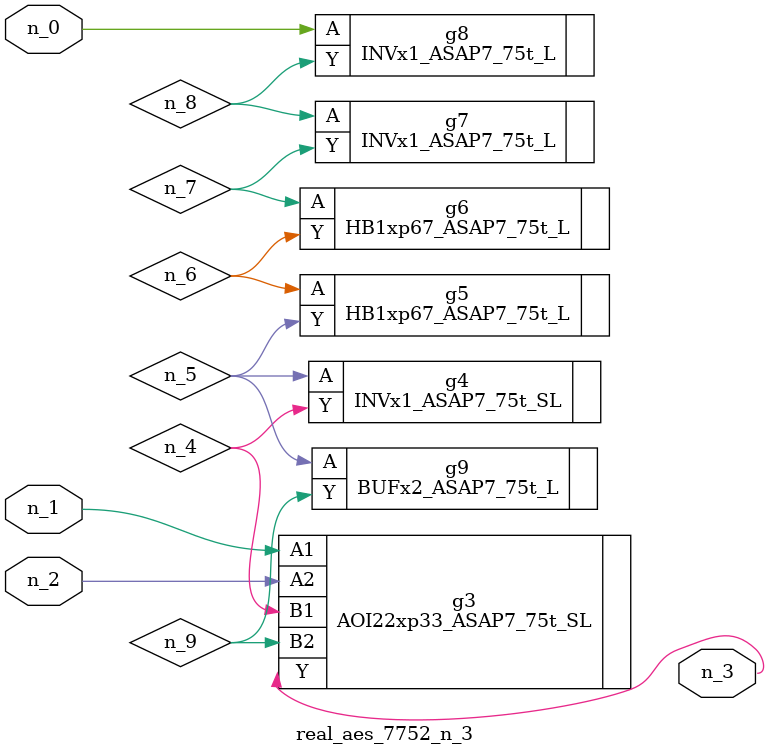
<source format=v>
module real_aes_7752_n_3 (n_0, n_2, n_1, n_3);
input n_0;
input n_2;
input n_1;
output n_3;
wire n_4;
wire n_5;
wire n_7;
wire n_9;
wire n_6;
wire n_8;
INVx1_ASAP7_75t_L g8 ( .A(n_0), .Y(n_8) );
AOI22xp33_ASAP7_75t_SL g3 ( .A1(n_1), .A2(n_2), .B1(n_4), .B2(n_9), .Y(n_3) );
INVx1_ASAP7_75t_SL g4 ( .A(n_5), .Y(n_4) );
BUFx2_ASAP7_75t_L g9 ( .A(n_5), .Y(n_9) );
HB1xp67_ASAP7_75t_L g5 ( .A(n_6), .Y(n_5) );
HB1xp67_ASAP7_75t_L g6 ( .A(n_7), .Y(n_6) );
INVx1_ASAP7_75t_L g7 ( .A(n_8), .Y(n_7) );
endmodule
</source>
